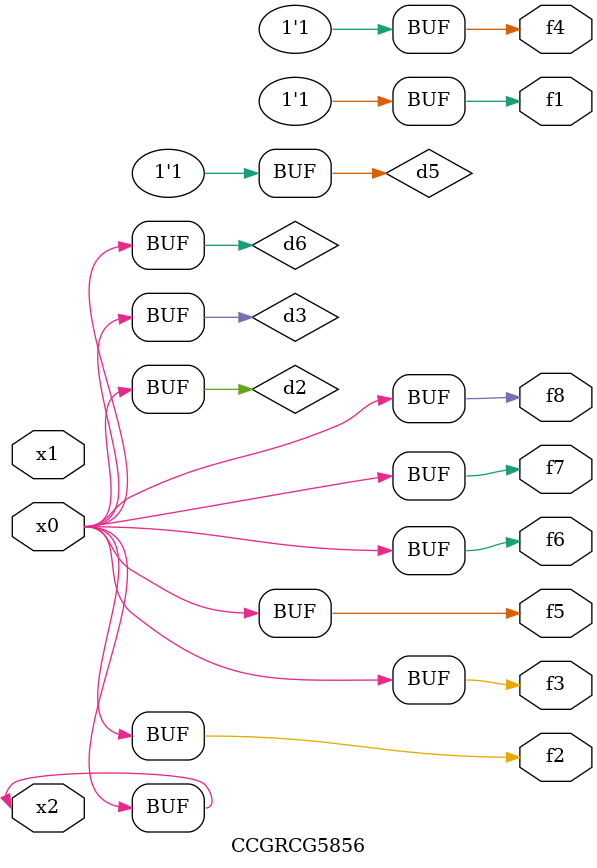
<source format=v>
module CCGRCG5856(
	input x0, x1, x2,
	output f1, f2, f3, f4, f5, f6, f7, f8
);

	wire d1, d2, d3, d4, d5, d6;

	xnor (d1, x2);
	buf (d2, x0, x2);
	and (d3, x0);
	xnor (d4, x1, x2);
	nand (d5, d1, d3);
	buf (d6, d2, d3);
	assign f1 = d5;
	assign f2 = d6;
	assign f3 = d6;
	assign f4 = d5;
	assign f5 = d6;
	assign f6 = d6;
	assign f7 = d6;
	assign f8 = d6;
endmodule

</source>
